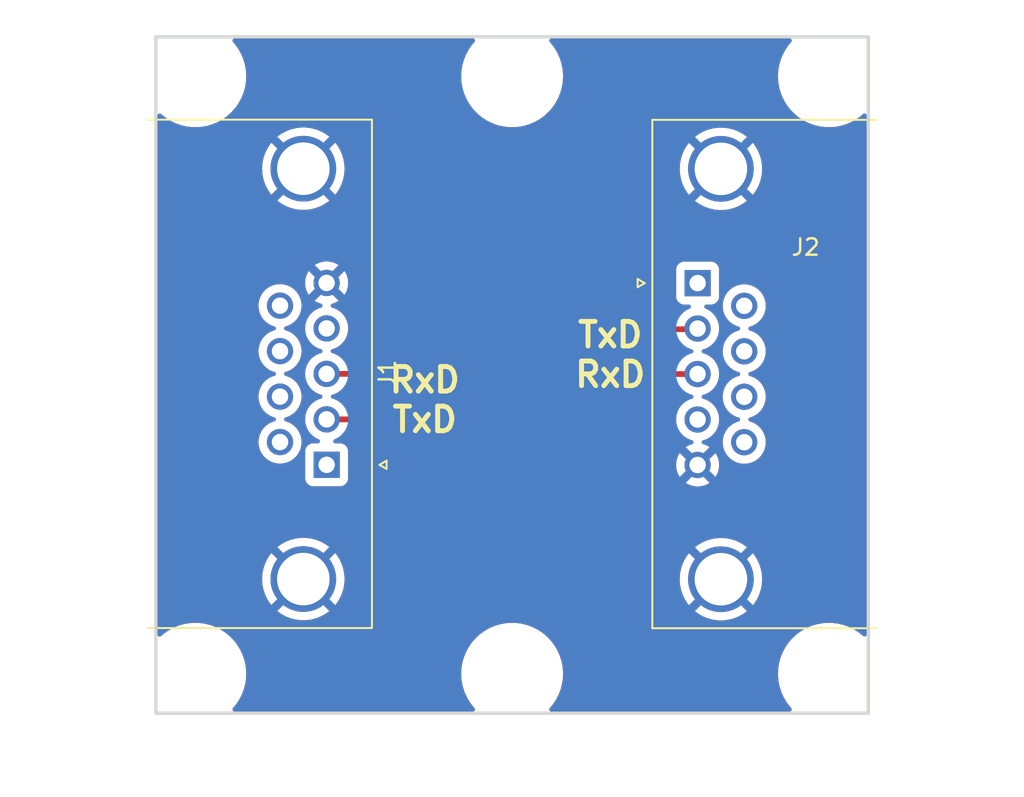
<source format=kicad_pcb>
(kicad_pcb (version 20221018) (generator pcbnew)
  (layers (0 "F.Cu" signal) (31 "B.Cu" signal) (34 "B.Paste" user) (35 "F.Paste" user) (36 "B.SilkS" user "B.Silkscreen") (37 "F.SilkS" user "F.Silkscreen") (38 "B.Mask" user) (39 "F.Mask" user) (44 "Edge.Cuts" user))
  (net 0 "")
  (net 3 "Net-(J1-Pad2)")
  (net 5 "Net-(J1-Pad3)")
  (net 9 "GND")
  (footprint "WiRoc:DSUB-9_Female_Horizontal_P2.77x2.84mm_Edge_offset6.96mm_centered_Edge8.08mm" (layer "F.Cu") (at 152.6 50 90)
    (fp_text reference "J2" (at 2.1845 6.5818 180) (layer "F.SilkS"))
    (fp_text value "DB9_Female_MountingHoles")
    (fp_line (start -21.025 -2.76) (end 9.945 -2.76) (stroke (width 0.12)) (layer "F.SilkS"))
    (fp_line (start -21.025 10.92) (end -21.025 -2.76) (stroke (width 0.12)) (layer "F.SilkS"))
    (fp_line (start -0.25 -3.654338) (end 0.25 -3.654338) (stroke (width 0.12)) (layer "F.SilkS"))
    (fp_line (start 0 -3.221325) (end -0.25 -3.654338) (stroke (width 0.12)) (layer "F.SilkS"))
    (fp_line (start 0.25 -3.654338) (end 0 -3.221325) (stroke (width 0.12)) (layer "F.SilkS"))
    (fp_line (start 9.945 -2.76) (end 9.945 10.92) (stroke (width 0.12)) (layer "F.SilkS"))
    (pad "0" thru_hole circle (at -18.04 1.42 90) (size 4 4) (drill 3.2) (layers "*.Cu" "*.Mask") (net 9 "GND"))
    (pad "0" thru_hole circle (at 6.96 1.42 90) (size 4 4) (drill 3.2) (layers "*.Cu" "*.Mask") (net 9 "GND"))
    (pad "1" thru_hole rect (at 0 0 90) (size 1.6 1.6) (drill 1) (layers "*.Cu" "*.Mask"))
    (pad "2" thru_hole circle (at -2.77 0 90) (size 1.6 1.6) (drill 1) (layers "*.Cu" "*.Mask") (net 5 "Net-(J1-Pad3)"))
    (pad "3" thru_hole circle (at -5.54 0 90) (size 1.6 1.6) (drill 1) (layers "*.Cu" "*.Mask") (net 3 "Net-(J1-Pad2)"))
    (pad "4" thru_hole circle (at -8.31 0 90) (size 1.6 1.6) (drill 1) (layers "*.Cu" "*.Mask"))
    (pad "5" thru_hole circle (at -11.08 0 90) (size 1.6 1.6) (drill 1) (layers "*.Cu" "*.Mask") (net 9 "GND"))
    (pad "6" thru_hole circle (at -1.385 2.84 90) (size 1.6 1.6) (drill 1) (layers "*.Cu" "*.Mask"))
    (pad "7" thru_hole circle (at -4.155 2.84 90) (size 1.6 1.6) (drill 1) (layers "*.Cu" "*.Mask"))
    (pad "8" thru_hole circle (at -6.925 2.84 90) (size 1.6 1.6) (drill 1) (layers "*.Cu" "*.Mask"))
    (pad "9" thru_hole circle (at -9.695 2.84 90) (size 1.6 1.6) (drill 1) (layers "*.Cu" "*.Mask"))
  )
  (footprint "MountingHole:MountingHole_2.2mm_M2" (layer "F.Cu") (at 122 37.4)
    (fp_text reference "REF**" hide)
    (fp_text value "MountingHole_2.2mm_M2")
    (pad "" np_thru_hole circle (at 0 0) (size 2.2 2.2) (drill 2.2) (layers "*.Cu" "*.Mask"))
  )
  (footprint "MountingHole:MountingHole_2.2mm_M2" (layer "F.Cu") (at 160.6 37.4)
    (fp_text reference "REF**" hide)
    (fp_text value "MountingHole_2.2mm_M2")
    (pad "" np_thru_hole circle locked (at 0 0) (size 2.2 2.2) (drill 2.2) (layers "*.Cu" "*.Mask"))
  )
  (footprint "MountingHole:MountingHole_2.2mm_M2" (layer "F.Cu") (at 160.6 73.8)
    (fp_text reference "REF**" hide)
    (fp_text value "MountingHole_2.2mm_M2")
    (pad "" np_thru_hole circle locked (at 0 0) (size 2.2 2.2) (drill 2.2) (layers "*.Cu" "*.Mask"))
  )
  (footprint "MountingHole:MountingHole_2.2mm_M2" (layer "F.Cu") (at 122 73.8)
    (fp_text reference "REF**" hide)
    (fp_text value "MountingHole_2.2mm_M2")
    (pad "" np_thru_hole circle locked (at 0 0) (size 2.2 2.2) (drill 2.2) (layers "*.Cu" "*.Mask"))
  )
  (footprint "MountingHole:MountingHole_2.2mm_M2" (layer "F.Cu") (at 141.3 73.8)
    (fp_text reference "REF**" hide)
    (fp_text value "MountingHole_2.2mm_M2")
    (pad "" np_thru_hole circle locked (at 0 0) (size 2.2 2.2) (drill 2.2) (layers "*.Cu" "*.Mask"))
  )
  (footprint "MountingHole:MountingHole_2.2mm_M2" (layer "F.Cu") (at 141.3 37.4)
    (fp_text reference "REF**" hide)
    (fp_text value "MountingHole_2.2mm_M2")
    (pad "" np_thru_hole circle (at 0 0) (size 2.2 2.2) (drill 2.2) (layers "*.Cu" "*.Mask"))
  )
  (footprint "WiRoc:DSUB-9_Female_Horizontal_P2.77x2.84mm_Edge_offset6.96mm_centered_Edge8.08mm" (layer "F.Cu") (at 130 61.07 -90)
    (fp_text reference "J1" (at -5.54 -3.7 90) (layer "F.SilkS"))
    (fp_text value "DB9_Female_MountingHoles")
    (fp_line (start -21.025 -2.76) (end 9.945 -2.76) (stroke (width 0.12)) (layer "F.SilkS"))
    (fp_line (start -21.025 10.92) (end -21.025 -2.76) (stroke (width 0.12)) (layer "F.SilkS"))
    (fp_line (start -0.25 -3.654338) (end 0.25 -3.654338) (stroke (width 0.12)) (layer "F.SilkS"))
    (fp_line (start 0 -3.221325) (end -0.25 -3.654338) (stroke (width 0.12)) (layer "F.SilkS"))
    (fp_line (start 0.25 -3.654338) (end 0 -3.221325) (stroke (width 0.12)) (layer "F.SilkS"))
    (fp_line (start 9.945 -2.76) (end 9.945 10.92) (stroke (width 0.12)) (layer "F.SilkS"))
    (pad "0" thru_hole circle (at -18.04 1.42 270) (size 4 4) (drill 3.2) (layers "*.Cu" "*.Mask") (net 9 "GND"))
    (pad "0" thru_hole circle (at 6.96 1.42 270) (size 4 4) (drill 3.2) (layers "*.Cu" "*.Mask") (net 9 "GND"))
    (pad "1" thru_hole rect (at 0 0 270) (size 1.6 1.6) (drill 1) (layers "*.Cu" "*.Mask"))
    (pad "2" thru_hole circle (at -2.77 0 270) (size 1.6 1.6) (drill 1) (layers "*.Cu" "*.Mask") (net 3 "Net-(J1-Pad2)"))
    (pad "3" thru_hole circle (at -5.54 0 270) (size 1.6 1.6) (drill 1) (layers "*.Cu" "*.Mask") (net 5 "Net-(J1-Pad3)"))
    (pad "4" thru_hole circle (at -8.31 0 270) (size 1.6 1.6) (drill 1) (layers "*.Cu" "*.Mask"))
    (pad "5" thru_hole circle (at -11.08 0 270) (size 1.6 1.6) (drill 1) (layers "*.Cu" "*.Mask") (net 9 "GND"))
    (pad "6" thru_hole circle (at -1.385 2.84 270) (size 1.6 1.6) (drill 1) (layers "*.Cu" "*.Mask"))
    (pad "7" thru_hole circle (at -4.155 2.84 270) (size 1.6 1.6) (drill 1) (layers "*.Cu" "*.Mask"))
    (pad "8" thru_hole circle (at -6.925 2.84 270) (size 1.6 1.6) (drill 1) (layers "*.Cu" "*.Mask"))
    (pad "9" thru_hole circle (at -9.695 2.84 270) (size 1.6 1.6) (drill 1) (layers "*.Cu" "*.Mask"))
  )
  (gr_line (start 119.6 76.2) (end 119.6 35) (stroke (width 0.2)) (layer "Edge.Cuts"))
  (gr_line (start 163 35) (end 163 76.2) (stroke (width 0.2)) (layer "Edge.Cuts"))
  (gr_line (start 163 76.2) (end 119.6 76.2) (stroke (width 0.2)) (layer "Edge.Cuts"))
  (gr_line (start 119.6 35) (end 163 35) (stroke (width 0.2)) (layer "Edge.Cuts"))
  (gr_text "RxD\nTxD\n" (at 135.98 57.11) (layer "F.SilkS") (effects (font (size 1.5 1.5) (thickness 0.3))))
  (gr_text "TxD\nRxD" (at 147.28 54.36) (layer "F.SilkS") (effects (font (size 1.5 1.5) (thickness 0.3))))
  (segment (start 140.01 58.3) (end 130 58.3) (width 0.35) (layer "F.Cu") (net 3))
  (segment (start 142.77 55.54) (end 140.01 58.3) (width 0.35) (layer "F.Cu") (net 3))
  (segment (start 152.6 55.54) (end 142.77 55.54) (width 0.35) (layer "F.Cu") (net 3))
  (segment (start 141.68 52.81) (end 138.96 55.53) (width 0.35) (layer "F.Cu") (net 5))
  (segment (start 152.56 52.81) (end 141.68 52.81) (width 0.35) (layer "F.Cu") (net 5))
  (segment (start 152.6 52.77) (end 152.56 52.81) (width 0.35) (layer "F.Cu") (net 5))
  (segment (start 138.96 55.53) (end 130 55.53) (width 0.35) (layer "F.Cu") (net 5))
  (zone (net 9) (net_name "GND") (layer "F.Cu") (connect_pads (clearance 0.508)) (min_thickness 0.254) (fill yes (thermal_gap 0.508) (thermal_bridge_width 0.508))
    (polygon (pts (xy 118.6053 33.9979) (xy 164.0078 34.0487) (xy 164.1094 78.1431) (xy 118.364 78.7527)))
  )
  (zone (net 9) (net_name "GND") (layer "B.Cu") (connect_pads (clearance 0.508)) (min_thickness 0.254) (fill yes (thermal_gap 0.508) (thermal_bridge_width 0.508))
    (polygon (pts (xy 117.5639 32.7533) (xy 165.227 32.7533) (xy 166.37 79.5274) (xy 116.5606 81.2927)))
  )
)
</source>
